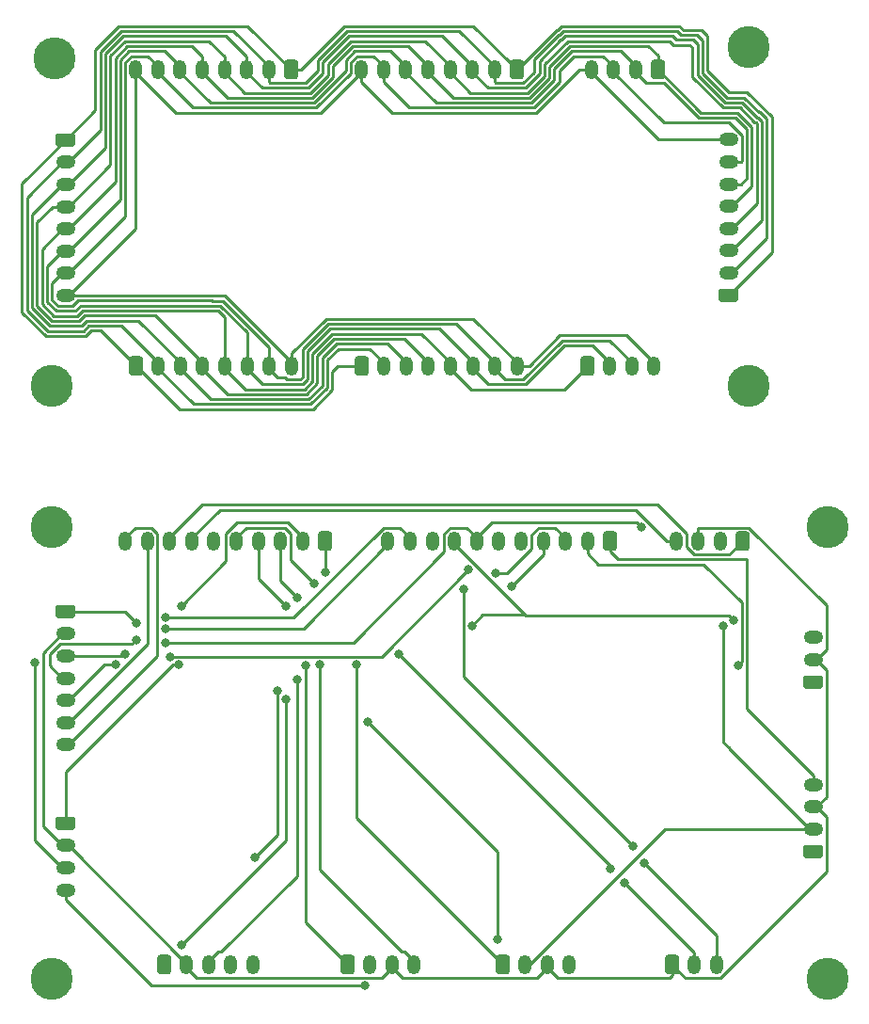
<source format=gbr>
G04 #@! TF.GenerationSoftware,KiCad,Pcbnew,(5.1.2-1)-1*
G04 #@! TF.CreationDate,2019-08-26T08:27:29+10:00*
G04 #@! TF.ProjectId,Bus,4275732e-6b69-4636-9164-5f7063625858,rev?*
G04 #@! TF.SameCoordinates,Original*
G04 #@! TF.FileFunction,Copper,L1,Top*
G04 #@! TF.FilePolarity,Positive*
%FSLAX46Y46*%
G04 Gerber Fmt 4.6, Leading zero omitted, Abs format (unit mm)*
G04 Created by KiCad (PCBNEW (5.1.2-1)-1) date 2019-08-26 08:27:29*
%MOMM*%
%LPD*%
G04 APERTURE LIST*
%ADD10O,1.200000X1.750000*%
%ADD11C,0.100000*%
%ADD12C,1.200000*%
%ADD13C,3.790000*%
%ADD14O,1.750000X1.200000*%
%ADD15C,0.800000*%
%ADD16C,0.250000*%
G04 APERTURE END LIST*
D10*
X131130000Y-92202000D03*
X133130000Y-92202000D03*
X135130000Y-92202000D03*
X137130000Y-92202000D03*
X139130000Y-92202000D03*
X141130000Y-92202000D03*
X143130000Y-92202000D03*
X145130000Y-92202000D03*
X147130000Y-92202000D03*
X149130000Y-92202000D03*
D11*
G36*
X151504505Y-91328204D02*
G01*
X151528773Y-91331804D01*
X151552572Y-91337765D01*
X151575671Y-91346030D01*
X151597850Y-91356520D01*
X151618893Y-91369132D01*
X151638599Y-91383747D01*
X151656777Y-91400223D01*
X151673253Y-91418401D01*
X151687868Y-91438107D01*
X151700480Y-91459150D01*
X151710970Y-91481329D01*
X151719235Y-91504428D01*
X151725196Y-91528227D01*
X151728796Y-91552495D01*
X151730000Y-91576999D01*
X151730000Y-92827001D01*
X151728796Y-92851505D01*
X151725196Y-92875773D01*
X151719235Y-92899572D01*
X151710970Y-92922671D01*
X151700480Y-92944850D01*
X151687868Y-92965893D01*
X151673253Y-92985599D01*
X151656777Y-93003777D01*
X151638599Y-93020253D01*
X151618893Y-93034868D01*
X151597850Y-93047480D01*
X151575671Y-93057970D01*
X151552572Y-93066235D01*
X151528773Y-93072196D01*
X151504505Y-93075796D01*
X151480001Y-93077000D01*
X150779999Y-93077000D01*
X150755495Y-93075796D01*
X150731227Y-93072196D01*
X150707428Y-93066235D01*
X150684329Y-93057970D01*
X150662150Y-93047480D01*
X150641107Y-93034868D01*
X150621401Y-93020253D01*
X150603223Y-93003777D01*
X150586747Y-92985599D01*
X150572132Y-92965893D01*
X150559520Y-92944850D01*
X150549030Y-92922671D01*
X150540765Y-92899572D01*
X150534804Y-92875773D01*
X150531204Y-92851505D01*
X150530000Y-92827001D01*
X150530000Y-91576999D01*
X150531204Y-91552495D01*
X150534804Y-91528227D01*
X150540765Y-91504428D01*
X150549030Y-91481329D01*
X150559520Y-91459150D01*
X150572132Y-91438107D01*
X150586747Y-91418401D01*
X150603223Y-91400223D01*
X150621401Y-91383747D01*
X150641107Y-91369132D01*
X150662150Y-91356520D01*
X150684329Y-91346030D01*
X150707428Y-91337765D01*
X150731227Y-91331804D01*
X150755495Y-91328204D01*
X150779999Y-91327000D01*
X151480001Y-91327000D01*
X151504505Y-91328204D01*
X151504505Y-91328204D01*
G37*
D12*
X151130000Y-92202000D03*
D13*
X100838000Y-78232000D03*
X163576000Y-78232000D03*
X170688000Y-131572000D03*
X100838000Y-131572000D03*
X170688000Y-90932000D03*
X100838000Y-90932000D03*
X101092000Y-48768000D03*
X163576000Y-47752000D03*
D10*
X122458000Y-76454000D03*
X120458000Y-76454000D03*
X118458000Y-76454000D03*
X116458000Y-76454000D03*
X114458000Y-76454000D03*
X112458000Y-76454000D03*
X110458000Y-76454000D03*
D11*
G36*
X108832505Y-75580204D02*
G01*
X108856773Y-75583804D01*
X108880572Y-75589765D01*
X108903671Y-75598030D01*
X108925850Y-75608520D01*
X108946893Y-75621132D01*
X108966599Y-75635747D01*
X108984777Y-75652223D01*
X109001253Y-75670401D01*
X109015868Y-75690107D01*
X109028480Y-75711150D01*
X109038970Y-75733329D01*
X109047235Y-75756428D01*
X109053196Y-75780227D01*
X109056796Y-75804495D01*
X109058000Y-75828999D01*
X109058000Y-77079001D01*
X109056796Y-77103505D01*
X109053196Y-77127773D01*
X109047235Y-77151572D01*
X109038970Y-77174671D01*
X109028480Y-77196850D01*
X109015868Y-77217893D01*
X109001253Y-77237599D01*
X108984777Y-77255777D01*
X108966599Y-77272253D01*
X108946893Y-77286868D01*
X108925850Y-77299480D01*
X108903671Y-77309970D01*
X108880572Y-77318235D01*
X108856773Y-77324196D01*
X108832505Y-77327796D01*
X108808001Y-77329000D01*
X108107999Y-77329000D01*
X108083495Y-77327796D01*
X108059227Y-77324196D01*
X108035428Y-77318235D01*
X108012329Y-77309970D01*
X107990150Y-77299480D01*
X107969107Y-77286868D01*
X107949401Y-77272253D01*
X107931223Y-77255777D01*
X107914747Y-77237599D01*
X107900132Y-77217893D01*
X107887520Y-77196850D01*
X107877030Y-77174671D01*
X107868765Y-77151572D01*
X107862804Y-77127773D01*
X107859204Y-77103505D01*
X107858000Y-77079001D01*
X107858000Y-75828999D01*
X107859204Y-75804495D01*
X107862804Y-75780227D01*
X107868765Y-75756428D01*
X107877030Y-75733329D01*
X107887520Y-75711150D01*
X107900132Y-75690107D01*
X107914747Y-75670401D01*
X107931223Y-75652223D01*
X107949401Y-75635747D01*
X107969107Y-75621132D01*
X107990150Y-75608520D01*
X108012329Y-75598030D01*
X108035428Y-75589765D01*
X108059227Y-75583804D01*
X108083495Y-75580204D01*
X108107999Y-75579000D01*
X108808001Y-75579000D01*
X108832505Y-75580204D01*
X108832505Y-75580204D01*
G37*
D12*
X108458000Y-76454000D03*
D14*
X102108000Y-110552000D03*
X102108000Y-108552000D03*
X102108000Y-106552000D03*
X102108000Y-104552000D03*
X102108000Y-102552000D03*
X102108000Y-100552000D03*
D11*
G36*
X102757505Y-97953204D02*
G01*
X102781773Y-97956804D01*
X102805572Y-97962765D01*
X102828671Y-97971030D01*
X102850850Y-97981520D01*
X102871893Y-97994132D01*
X102891599Y-98008747D01*
X102909777Y-98025223D01*
X102926253Y-98043401D01*
X102940868Y-98063107D01*
X102953480Y-98084150D01*
X102963970Y-98106329D01*
X102972235Y-98129428D01*
X102978196Y-98153227D01*
X102981796Y-98177495D01*
X102983000Y-98201999D01*
X102983000Y-98902001D01*
X102981796Y-98926505D01*
X102978196Y-98950773D01*
X102972235Y-98974572D01*
X102963970Y-98997671D01*
X102953480Y-99019850D01*
X102940868Y-99040893D01*
X102926253Y-99060599D01*
X102909777Y-99078777D01*
X102891599Y-99095253D01*
X102871893Y-99109868D01*
X102850850Y-99122480D01*
X102828671Y-99132970D01*
X102805572Y-99141235D01*
X102781773Y-99147196D01*
X102757505Y-99150796D01*
X102733001Y-99152000D01*
X101482999Y-99152000D01*
X101458495Y-99150796D01*
X101434227Y-99147196D01*
X101410428Y-99141235D01*
X101387329Y-99132970D01*
X101365150Y-99122480D01*
X101344107Y-99109868D01*
X101324401Y-99095253D01*
X101306223Y-99078777D01*
X101289747Y-99060599D01*
X101275132Y-99040893D01*
X101262520Y-99019850D01*
X101252030Y-98997671D01*
X101243765Y-98974572D01*
X101237804Y-98950773D01*
X101234204Y-98926505D01*
X101233000Y-98902001D01*
X101233000Y-98201999D01*
X101234204Y-98177495D01*
X101237804Y-98153227D01*
X101243765Y-98129428D01*
X101252030Y-98106329D01*
X101262520Y-98084150D01*
X101275132Y-98063107D01*
X101289747Y-98043401D01*
X101306223Y-98025223D01*
X101324401Y-98008747D01*
X101344107Y-97994132D01*
X101365150Y-97981520D01*
X101387329Y-97971030D01*
X101410428Y-97962765D01*
X101434227Y-97956804D01*
X101458495Y-97953204D01*
X101482999Y-97952000D01*
X102733001Y-97952000D01*
X102757505Y-97953204D01*
X102757505Y-97953204D01*
G37*
D12*
X102108000Y-98552000D03*
D10*
X107476000Y-92202000D03*
X109476000Y-92202000D03*
X111476000Y-92202000D03*
X113476000Y-92202000D03*
X115476000Y-92202000D03*
X117476000Y-92202000D03*
X119476000Y-92202000D03*
X121476000Y-92202000D03*
X123476000Y-92202000D03*
D11*
G36*
X125850505Y-91328204D02*
G01*
X125874773Y-91331804D01*
X125898572Y-91337765D01*
X125921671Y-91346030D01*
X125943850Y-91356520D01*
X125964893Y-91369132D01*
X125984599Y-91383747D01*
X126002777Y-91400223D01*
X126019253Y-91418401D01*
X126033868Y-91438107D01*
X126046480Y-91459150D01*
X126056970Y-91481329D01*
X126065235Y-91504428D01*
X126071196Y-91528227D01*
X126074796Y-91552495D01*
X126076000Y-91576999D01*
X126076000Y-92827001D01*
X126074796Y-92851505D01*
X126071196Y-92875773D01*
X126065235Y-92899572D01*
X126056970Y-92922671D01*
X126046480Y-92944850D01*
X126033868Y-92965893D01*
X126019253Y-92985599D01*
X126002777Y-93003777D01*
X125984599Y-93020253D01*
X125964893Y-93034868D01*
X125943850Y-93047480D01*
X125921671Y-93057970D01*
X125898572Y-93066235D01*
X125874773Y-93072196D01*
X125850505Y-93075796D01*
X125826001Y-93077000D01*
X125125999Y-93077000D01*
X125101495Y-93075796D01*
X125077227Y-93072196D01*
X125053428Y-93066235D01*
X125030329Y-93057970D01*
X125008150Y-93047480D01*
X124987107Y-93034868D01*
X124967401Y-93020253D01*
X124949223Y-93003777D01*
X124932747Y-92985599D01*
X124918132Y-92965893D01*
X124905520Y-92944850D01*
X124895030Y-92922671D01*
X124886765Y-92899572D01*
X124880804Y-92875773D01*
X124877204Y-92851505D01*
X124876000Y-92827001D01*
X124876000Y-91576999D01*
X124877204Y-91552495D01*
X124880804Y-91528227D01*
X124886765Y-91504428D01*
X124895030Y-91481329D01*
X124905520Y-91459150D01*
X124918132Y-91438107D01*
X124932747Y-91418401D01*
X124949223Y-91400223D01*
X124967401Y-91383747D01*
X124987107Y-91369132D01*
X125008150Y-91356520D01*
X125030329Y-91346030D01*
X125053428Y-91337765D01*
X125077227Y-91331804D01*
X125101495Y-91328204D01*
X125125999Y-91327000D01*
X125826001Y-91327000D01*
X125850505Y-91328204D01*
X125850505Y-91328204D01*
G37*
D12*
X125476000Y-92202000D03*
D11*
G36*
X157092505Y-129428204D02*
G01*
X157116773Y-129431804D01*
X157140572Y-129437765D01*
X157163671Y-129446030D01*
X157185850Y-129456520D01*
X157206893Y-129469132D01*
X157226599Y-129483747D01*
X157244777Y-129500223D01*
X157261253Y-129518401D01*
X157275868Y-129538107D01*
X157288480Y-129559150D01*
X157298970Y-129581329D01*
X157307235Y-129604428D01*
X157313196Y-129628227D01*
X157316796Y-129652495D01*
X157318000Y-129676999D01*
X157318000Y-130927001D01*
X157316796Y-130951505D01*
X157313196Y-130975773D01*
X157307235Y-130999572D01*
X157298970Y-131022671D01*
X157288480Y-131044850D01*
X157275868Y-131065893D01*
X157261253Y-131085599D01*
X157244777Y-131103777D01*
X157226599Y-131120253D01*
X157206893Y-131134868D01*
X157185850Y-131147480D01*
X157163671Y-131157970D01*
X157140572Y-131166235D01*
X157116773Y-131172196D01*
X157092505Y-131175796D01*
X157068001Y-131177000D01*
X156367999Y-131177000D01*
X156343495Y-131175796D01*
X156319227Y-131172196D01*
X156295428Y-131166235D01*
X156272329Y-131157970D01*
X156250150Y-131147480D01*
X156229107Y-131134868D01*
X156209401Y-131120253D01*
X156191223Y-131103777D01*
X156174747Y-131085599D01*
X156160132Y-131065893D01*
X156147520Y-131044850D01*
X156137030Y-131022671D01*
X156128765Y-130999572D01*
X156122804Y-130975773D01*
X156119204Y-130951505D01*
X156118000Y-130927001D01*
X156118000Y-129676999D01*
X156119204Y-129652495D01*
X156122804Y-129628227D01*
X156128765Y-129604428D01*
X156137030Y-129581329D01*
X156147520Y-129559150D01*
X156160132Y-129538107D01*
X156174747Y-129518401D01*
X156191223Y-129500223D01*
X156209401Y-129483747D01*
X156229107Y-129469132D01*
X156250150Y-129456520D01*
X156272329Y-129446030D01*
X156295428Y-129437765D01*
X156319227Y-129431804D01*
X156343495Y-129428204D01*
X156367999Y-129427000D01*
X157068001Y-129427000D01*
X157092505Y-129428204D01*
X157092505Y-129428204D01*
G37*
D12*
X156718000Y-130302000D03*
D10*
X158718000Y-130302000D03*
X160718000Y-130302000D03*
D11*
G36*
X129152505Y-75580204D02*
G01*
X129176773Y-75583804D01*
X129200572Y-75589765D01*
X129223671Y-75598030D01*
X129245850Y-75608520D01*
X129266893Y-75621132D01*
X129286599Y-75635747D01*
X129304777Y-75652223D01*
X129321253Y-75670401D01*
X129335868Y-75690107D01*
X129348480Y-75711150D01*
X129358970Y-75733329D01*
X129367235Y-75756428D01*
X129373196Y-75780227D01*
X129376796Y-75804495D01*
X129378000Y-75828999D01*
X129378000Y-77079001D01*
X129376796Y-77103505D01*
X129373196Y-77127773D01*
X129367235Y-77151572D01*
X129358970Y-77174671D01*
X129348480Y-77196850D01*
X129335868Y-77217893D01*
X129321253Y-77237599D01*
X129304777Y-77255777D01*
X129286599Y-77272253D01*
X129266893Y-77286868D01*
X129245850Y-77299480D01*
X129223671Y-77309970D01*
X129200572Y-77318235D01*
X129176773Y-77324196D01*
X129152505Y-77327796D01*
X129128001Y-77329000D01*
X128427999Y-77329000D01*
X128403495Y-77327796D01*
X128379227Y-77324196D01*
X128355428Y-77318235D01*
X128332329Y-77309970D01*
X128310150Y-77299480D01*
X128289107Y-77286868D01*
X128269401Y-77272253D01*
X128251223Y-77255777D01*
X128234747Y-77237599D01*
X128220132Y-77217893D01*
X128207520Y-77196850D01*
X128197030Y-77174671D01*
X128188765Y-77151572D01*
X128182804Y-77127773D01*
X128179204Y-77103505D01*
X128178000Y-77079001D01*
X128178000Y-75828999D01*
X128179204Y-75804495D01*
X128182804Y-75780227D01*
X128188765Y-75756428D01*
X128197030Y-75733329D01*
X128207520Y-75711150D01*
X128220132Y-75690107D01*
X128234747Y-75670401D01*
X128251223Y-75652223D01*
X128269401Y-75635747D01*
X128289107Y-75621132D01*
X128310150Y-75608520D01*
X128332329Y-75598030D01*
X128355428Y-75589765D01*
X128379227Y-75583804D01*
X128403495Y-75580204D01*
X128427999Y-75579000D01*
X129128001Y-75579000D01*
X129152505Y-75580204D01*
X129152505Y-75580204D01*
G37*
D12*
X128778000Y-76454000D03*
D10*
X130778000Y-76454000D03*
X132778000Y-76454000D03*
X134778000Y-76454000D03*
X136778000Y-76454000D03*
X138778000Y-76454000D03*
X140778000Y-76454000D03*
X142778000Y-76454000D03*
D14*
X169418000Y-100902000D03*
X169418000Y-102902000D03*
D11*
G36*
X170067505Y-104303204D02*
G01*
X170091773Y-104306804D01*
X170115572Y-104312765D01*
X170138671Y-104321030D01*
X170160850Y-104331520D01*
X170181893Y-104344132D01*
X170201599Y-104358747D01*
X170219777Y-104375223D01*
X170236253Y-104393401D01*
X170250868Y-104413107D01*
X170263480Y-104434150D01*
X170273970Y-104456329D01*
X170282235Y-104479428D01*
X170288196Y-104503227D01*
X170291796Y-104527495D01*
X170293000Y-104551999D01*
X170293000Y-105252001D01*
X170291796Y-105276505D01*
X170288196Y-105300773D01*
X170282235Y-105324572D01*
X170273970Y-105347671D01*
X170263480Y-105369850D01*
X170250868Y-105390893D01*
X170236253Y-105410599D01*
X170219777Y-105428777D01*
X170201599Y-105445253D01*
X170181893Y-105459868D01*
X170160850Y-105472480D01*
X170138671Y-105482970D01*
X170115572Y-105491235D01*
X170091773Y-105497196D01*
X170067505Y-105500796D01*
X170043001Y-105502000D01*
X168792999Y-105502000D01*
X168768495Y-105500796D01*
X168744227Y-105497196D01*
X168720428Y-105491235D01*
X168697329Y-105482970D01*
X168675150Y-105472480D01*
X168654107Y-105459868D01*
X168634401Y-105445253D01*
X168616223Y-105428777D01*
X168599747Y-105410599D01*
X168585132Y-105390893D01*
X168572520Y-105369850D01*
X168562030Y-105347671D01*
X168553765Y-105324572D01*
X168547804Y-105300773D01*
X168544204Y-105276505D01*
X168543000Y-105252001D01*
X168543000Y-104551999D01*
X168544204Y-104527495D01*
X168547804Y-104503227D01*
X168553765Y-104479428D01*
X168562030Y-104456329D01*
X168572520Y-104434150D01*
X168585132Y-104413107D01*
X168599747Y-104393401D01*
X168616223Y-104375223D01*
X168634401Y-104358747D01*
X168654107Y-104344132D01*
X168675150Y-104331520D01*
X168697329Y-104321030D01*
X168720428Y-104312765D01*
X168744227Y-104306804D01*
X168768495Y-104303204D01*
X168792999Y-104302000D01*
X170043001Y-104302000D01*
X170067505Y-104303204D01*
X170067505Y-104303204D01*
G37*
D12*
X169418000Y-104902000D03*
D14*
X161798000Y-56104000D03*
X161798000Y-58104000D03*
X161798000Y-60104000D03*
X161798000Y-62104000D03*
X161798000Y-64104000D03*
X161798000Y-66104000D03*
X161798000Y-68104000D03*
D11*
G36*
X162447505Y-69505204D02*
G01*
X162471773Y-69508804D01*
X162495572Y-69514765D01*
X162518671Y-69523030D01*
X162540850Y-69533520D01*
X162561893Y-69546132D01*
X162581599Y-69560747D01*
X162599777Y-69577223D01*
X162616253Y-69595401D01*
X162630868Y-69615107D01*
X162643480Y-69636150D01*
X162653970Y-69658329D01*
X162662235Y-69681428D01*
X162668196Y-69705227D01*
X162671796Y-69729495D01*
X162673000Y-69753999D01*
X162673000Y-70454001D01*
X162671796Y-70478505D01*
X162668196Y-70502773D01*
X162662235Y-70526572D01*
X162653970Y-70549671D01*
X162643480Y-70571850D01*
X162630868Y-70592893D01*
X162616253Y-70612599D01*
X162599777Y-70630777D01*
X162581599Y-70647253D01*
X162561893Y-70661868D01*
X162540850Y-70674480D01*
X162518671Y-70684970D01*
X162495572Y-70693235D01*
X162471773Y-70699196D01*
X162447505Y-70702796D01*
X162423001Y-70704000D01*
X161172999Y-70704000D01*
X161148495Y-70702796D01*
X161124227Y-70699196D01*
X161100428Y-70693235D01*
X161077329Y-70684970D01*
X161055150Y-70674480D01*
X161034107Y-70661868D01*
X161014401Y-70647253D01*
X160996223Y-70630777D01*
X160979747Y-70612599D01*
X160965132Y-70592893D01*
X160952520Y-70571850D01*
X160942030Y-70549671D01*
X160933765Y-70526572D01*
X160927804Y-70502773D01*
X160924204Y-70478505D01*
X160923000Y-70454001D01*
X160923000Y-69753999D01*
X160924204Y-69729495D01*
X160927804Y-69705227D01*
X160933765Y-69681428D01*
X160942030Y-69658329D01*
X160952520Y-69636150D01*
X160965132Y-69615107D01*
X160979747Y-69595401D01*
X160996223Y-69577223D01*
X161014401Y-69560747D01*
X161034107Y-69546132D01*
X161055150Y-69533520D01*
X161077329Y-69523030D01*
X161100428Y-69514765D01*
X161124227Y-69508804D01*
X161148495Y-69505204D01*
X161172999Y-69504000D01*
X162423001Y-69504000D01*
X162447505Y-69505204D01*
X162447505Y-69505204D01*
G37*
D12*
X161798000Y-70104000D03*
D11*
G36*
X141852505Y-129428204D02*
G01*
X141876773Y-129431804D01*
X141900572Y-129437765D01*
X141923671Y-129446030D01*
X141945850Y-129456520D01*
X141966893Y-129469132D01*
X141986599Y-129483747D01*
X142004777Y-129500223D01*
X142021253Y-129518401D01*
X142035868Y-129538107D01*
X142048480Y-129559150D01*
X142058970Y-129581329D01*
X142067235Y-129604428D01*
X142073196Y-129628227D01*
X142076796Y-129652495D01*
X142078000Y-129676999D01*
X142078000Y-130927001D01*
X142076796Y-130951505D01*
X142073196Y-130975773D01*
X142067235Y-130999572D01*
X142058970Y-131022671D01*
X142048480Y-131044850D01*
X142035868Y-131065893D01*
X142021253Y-131085599D01*
X142004777Y-131103777D01*
X141986599Y-131120253D01*
X141966893Y-131134868D01*
X141945850Y-131147480D01*
X141923671Y-131157970D01*
X141900572Y-131166235D01*
X141876773Y-131172196D01*
X141852505Y-131175796D01*
X141828001Y-131177000D01*
X141127999Y-131177000D01*
X141103495Y-131175796D01*
X141079227Y-131172196D01*
X141055428Y-131166235D01*
X141032329Y-131157970D01*
X141010150Y-131147480D01*
X140989107Y-131134868D01*
X140969401Y-131120253D01*
X140951223Y-131103777D01*
X140934747Y-131085599D01*
X140920132Y-131065893D01*
X140907520Y-131044850D01*
X140897030Y-131022671D01*
X140888765Y-130999572D01*
X140882804Y-130975773D01*
X140879204Y-130951505D01*
X140878000Y-130927001D01*
X140878000Y-129676999D01*
X140879204Y-129652495D01*
X140882804Y-129628227D01*
X140888765Y-129604428D01*
X140897030Y-129581329D01*
X140907520Y-129559150D01*
X140920132Y-129538107D01*
X140934747Y-129518401D01*
X140951223Y-129500223D01*
X140969401Y-129483747D01*
X140989107Y-129469132D01*
X141010150Y-129456520D01*
X141032329Y-129446030D01*
X141055428Y-129437765D01*
X141079227Y-129431804D01*
X141103495Y-129428204D01*
X141127999Y-129427000D01*
X141828001Y-129427000D01*
X141852505Y-129428204D01*
X141852505Y-129428204D01*
G37*
D12*
X141478000Y-130302000D03*
D10*
X143478000Y-130302000D03*
X145478000Y-130302000D03*
X147478000Y-130302000D03*
D14*
X102108000Y-70134000D03*
X102108000Y-68134000D03*
X102108000Y-66134000D03*
X102108000Y-64134000D03*
X102108000Y-62134000D03*
X102108000Y-60134000D03*
X102108000Y-58134000D03*
D11*
G36*
X102757505Y-55535204D02*
G01*
X102781773Y-55538804D01*
X102805572Y-55544765D01*
X102828671Y-55553030D01*
X102850850Y-55563520D01*
X102871893Y-55576132D01*
X102891599Y-55590747D01*
X102909777Y-55607223D01*
X102926253Y-55625401D01*
X102940868Y-55645107D01*
X102953480Y-55666150D01*
X102963970Y-55688329D01*
X102972235Y-55711428D01*
X102978196Y-55735227D01*
X102981796Y-55759495D01*
X102983000Y-55783999D01*
X102983000Y-56484001D01*
X102981796Y-56508505D01*
X102978196Y-56532773D01*
X102972235Y-56556572D01*
X102963970Y-56579671D01*
X102953480Y-56601850D01*
X102940868Y-56622893D01*
X102926253Y-56642599D01*
X102909777Y-56660777D01*
X102891599Y-56677253D01*
X102871893Y-56691868D01*
X102850850Y-56704480D01*
X102828671Y-56714970D01*
X102805572Y-56723235D01*
X102781773Y-56729196D01*
X102757505Y-56732796D01*
X102733001Y-56734000D01*
X101482999Y-56734000D01*
X101458495Y-56732796D01*
X101434227Y-56729196D01*
X101410428Y-56723235D01*
X101387329Y-56714970D01*
X101365150Y-56704480D01*
X101344107Y-56691868D01*
X101324401Y-56677253D01*
X101306223Y-56660777D01*
X101289747Y-56642599D01*
X101275132Y-56622893D01*
X101262520Y-56601850D01*
X101252030Y-56579671D01*
X101243765Y-56556572D01*
X101237804Y-56532773D01*
X101234204Y-56508505D01*
X101233000Y-56484001D01*
X101233000Y-55783999D01*
X101234204Y-55759495D01*
X101237804Y-55735227D01*
X101243765Y-55711428D01*
X101252030Y-55688329D01*
X101262520Y-55666150D01*
X101275132Y-55645107D01*
X101289747Y-55625401D01*
X101306223Y-55607223D01*
X101324401Y-55590747D01*
X101344107Y-55576132D01*
X101365150Y-55563520D01*
X101387329Y-55553030D01*
X101410428Y-55544765D01*
X101434227Y-55538804D01*
X101458495Y-55535204D01*
X101482999Y-55534000D01*
X102733001Y-55534000D01*
X102757505Y-55535204D01*
X102757505Y-55535204D01*
G37*
D12*
X102108000Y-56134000D03*
D11*
G36*
X163442505Y-91328204D02*
G01*
X163466773Y-91331804D01*
X163490572Y-91337765D01*
X163513671Y-91346030D01*
X163535850Y-91356520D01*
X163556893Y-91369132D01*
X163576599Y-91383747D01*
X163594777Y-91400223D01*
X163611253Y-91418401D01*
X163625868Y-91438107D01*
X163638480Y-91459150D01*
X163648970Y-91481329D01*
X163657235Y-91504428D01*
X163663196Y-91528227D01*
X163666796Y-91552495D01*
X163668000Y-91576999D01*
X163668000Y-92827001D01*
X163666796Y-92851505D01*
X163663196Y-92875773D01*
X163657235Y-92899572D01*
X163648970Y-92922671D01*
X163638480Y-92944850D01*
X163625868Y-92965893D01*
X163611253Y-92985599D01*
X163594777Y-93003777D01*
X163576599Y-93020253D01*
X163556893Y-93034868D01*
X163535850Y-93047480D01*
X163513671Y-93057970D01*
X163490572Y-93066235D01*
X163466773Y-93072196D01*
X163442505Y-93075796D01*
X163418001Y-93077000D01*
X162717999Y-93077000D01*
X162693495Y-93075796D01*
X162669227Y-93072196D01*
X162645428Y-93066235D01*
X162622329Y-93057970D01*
X162600150Y-93047480D01*
X162579107Y-93034868D01*
X162559401Y-93020253D01*
X162541223Y-93003777D01*
X162524747Y-92985599D01*
X162510132Y-92965893D01*
X162497520Y-92944850D01*
X162487030Y-92922671D01*
X162478765Y-92899572D01*
X162472804Y-92875773D01*
X162469204Y-92851505D01*
X162468000Y-92827001D01*
X162468000Y-91576999D01*
X162469204Y-91552495D01*
X162472804Y-91528227D01*
X162478765Y-91504428D01*
X162487030Y-91481329D01*
X162497520Y-91459150D01*
X162510132Y-91438107D01*
X162524747Y-91418401D01*
X162541223Y-91400223D01*
X162559401Y-91383747D01*
X162579107Y-91369132D01*
X162600150Y-91356520D01*
X162622329Y-91346030D01*
X162645428Y-91337765D01*
X162669227Y-91331804D01*
X162693495Y-91328204D01*
X162717999Y-91327000D01*
X163418001Y-91327000D01*
X163442505Y-91328204D01*
X163442505Y-91328204D01*
G37*
D12*
X163068000Y-92202000D03*
D10*
X161068000Y-92202000D03*
X159068000Y-92202000D03*
X157068000Y-92202000D03*
D14*
X102108000Y-123602000D03*
X102108000Y-121602000D03*
X102108000Y-119602000D03*
D11*
G36*
X102757505Y-117003204D02*
G01*
X102781773Y-117006804D01*
X102805572Y-117012765D01*
X102828671Y-117021030D01*
X102850850Y-117031520D01*
X102871893Y-117044132D01*
X102891599Y-117058747D01*
X102909777Y-117075223D01*
X102926253Y-117093401D01*
X102940868Y-117113107D01*
X102953480Y-117134150D01*
X102963970Y-117156329D01*
X102972235Y-117179428D01*
X102978196Y-117203227D01*
X102981796Y-117227495D01*
X102983000Y-117251999D01*
X102983000Y-117952001D01*
X102981796Y-117976505D01*
X102978196Y-118000773D01*
X102972235Y-118024572D01*
X102963970Y-118047671D01*
X102953480Y-118069850D01*
X102940868Y-118090893D01*
X102926253Y-118110599D01*
X102909777Y-118128777D01*
X102891599Y-118145253D01*
X102871893Y-118159868D01*
X102850850Y-118172480D01*
X102828671Y-118182970D01*
X102805572Y-118191235D01*
X102781773Y-118197196D01*
X102757505Y-118200796D01*
X102733001Y-118202000D01*
X101482999Y-118202000D01*
X101458495Y-118200796D01*
X101434227Y-118197196D01*
X101410428Y-118191235D01*
X101387329Y-118182970D01*
X101365150Y-118172480D01*
X101344107Y-118159868D01*
X101324401Y-118145253D01*
X101306223Y-118128777D01*
X101289747Y-118110599D01*
X101275132Y-118090893D01*
X101262520Y-118069850D01*
X101252030Y-118047671D01*
X101243765Y-118024572D01*
X101237804Y-118000773D01*
X101234204Y-117976505D01*
X101233000Y-117952001D01*
X101233000Y-117251999D01*
X101234204Y-117227495D01*
X101237804Y-117203227D01*
X101243765Y-117179428D01*
X101252030Y-117156329D01*
X101262520Y-117134150D01*
X101275132Y-117113107D01*
X101289747Y-117093401D01*
X101306223Y-117075223D01*
X101324401Y-117058747D01*
X101344107Y-117044132D01*
X101365150Y-117031520D01*
X101387329Y-117021030D01*
X101410428Y-117012765D01*
X101434227Y-117006804D01*
X101458495Y-117003204D01*
X101482999Y-117002000D01*
X102733001Y-117002000D01*
X102757505Y-117003204D01*
X102757505Y-117003204D01*
G37*
D12*
X102108000Y-117602000D03*
D10*
X155098000Y-76454000D03*
X153098000Y-76454000D03*
X151098000Y-76454000D03*
D11*
G36*
X149472505Y-75580204D02*
G01*
X149496773Y-75583804D01*
X149520572Y-75589765D01*
X149543671Y-75598030D01*
X149565850Y-75608520D01*
X149586893Y-75621132D01*
X149606599Y-75635747D01*
X149624777Y-75652223D01*
X149641253Y-75670401D01*
X149655868Y-75690107D01*
X149668480Y-75711150D01*
X149678970Y-75733329D01*
X149687235Y-75756428D01*
X149693196Y-75780227D01*
X149696796Y-75804495D01*
X149698000Y-75828999D01*
X149698000Y-77079001D01*
X149696796Y-77103505D01*
X149693196Y-77127773D01*
X149687235Y-77151572D01*
X149678970Y-77174671D01*
X149668480Y-77196850D01*
X149655868Y-77217893D01*
X149641253Y-77237599D01*
X149624777Y-77255777D01*
X149606599Y-77272253D01*
X149586893Y-77286868D01*
X149565850Y-77299480D01*
X149543671Y-77309970D01*
X149520572Y-77318235D01*
X149496773Y-77324196D01*
X149472505Y-77327796D01*
X149448001Y-77329000D01*
X148747999Y-77329000D01*
X148723495Y-77327796D01*
X148699227Y-77324196D01*
X148675428Y-77318235D01*
X148652329Y-77309970D01*
X148630150Y-77299480D01*
X148609107Y-77286868D01*
X148589401Y-77272253D01*
X148571223Y-77255777D01*
X148554747Y-77237599D01*
X148540132Y-77217893D01*
X148527520Y-77196850D01*
X148517030Y-77174671D01*
X148508765Y-77151572D01*
X148502804Y-77127773D01*
X148499204Y-77103505D01*
X148498000Y-77079001D01*
X148498000Y-75828999D01*
X148499204Y-75804495D01*
X148502804Y-75780227D01*
X148508765Y-75756428D01*
X148517030Y-75733329D01*
X148527520Y-75711150D01*
X148540132Y-75690107D01*
X148554747Y-75670401D01*
X148571223Y-75652223D01*
X148589401Y-75635747D01*
X148609107Y-75621132D01*
X148630150Y-75608520D01*
X148652329Y-75598030D01*
X148675428Y-75589765D01*
X148699227Y-75583804D01*
X148723495Y-75580204D01*
X148747999Y-75579000D01*
X149448001Y-75579000D01*
X149472505Y-75580204D01*
X149472505Y-75580204D01*
G37*
D12*
X149098000Y-76454000D03*
D10*
X128748000Y-49784000D03*
X130748000Y-49784000D03*
X132748000Y-49784000D03*
X134748000Y-49784000D03*
X136748000Y-49784000D03*
X138748000Y-49784000D03*
X140748000Y-49784000D03*
D11*
G36*
X143122505Y-48910204D02*
G01*
X143146773Y-48913804D01*
X143170572Y-48919765D01*
X143193671Y-48928030D01*
X143215850Y-48938520D01*
X143236893Y-48951132D01*
X143256599Y-48965747D01*
X143274777Y-48982223D01*
X143291253Y-49000401D01*
X143305868Y-49020107D01*
X143318480Y-49041150D01*
X143328970Y-49063329D01*
X143337235Y-49086428D01*
X143343196Y-49110227D01*
X143346796Y-49134495D01*
X143348000Y-49158999D01*
X143348000Y-50409001D01*
X143346796Y-50433505D01*
X143343196Y-50457773D01*
X143337235Y-50481572D01*
X143328970Y-50504671D01*
X143318480Y-50526850D01*
X143305868Y-50547893D01*
X143291253Y-50567599D01*
X143274777Y-50585777D01*
X143256599Y-50602253D01*
X143236893Y-50616868D01*
X143215850Y-50629480D01*
X143193671Y-50639970D01*
X143170572Y-50648235D01*
X143146773Y-50654196D01*
X143122505Y-50657796D01*
X143098001Y-50659000D01*
X142397999Y-50659000D01*
X142373495Y-50657796D01*
X142349227Y-50654196D01*
X142325428Y-50648235D01*
X142302329Y-50639970D01*
X142280150Y-50629480D01*
X142259107Y-50616868D01*
X142239401Y-50602253D01*
X142221223Y-50585777D01*
X142204747Y-50567599D01*
X142190132Y-50547893D01*
X142177520Y-50526850D01*
X142167030Y-50504671D01*
X142158765Y-50481572D01*
X142152804Y-50457773D01*
X142149204Y-50433505D01*
X142148000Y-50409001D01*
X142148000Y-49158999D01*
X142149204Y-49134495D01*
X142152804Y-49110227D01*
X142158765Y-49086428D01*
X142167030Y-49063329D01*
X142177520Y-49041150D01*
X142190132Y-49020107D01*
X142204747Y-49000401D01*
X142221223Y-48982223D01*
X142239401Y-48965747D01*
X142259107Y-48951132D01*
X142280150Y-48938520D01*
X142302329Y-48928030D01*
X142325428Y-48919765D01*
X142349227Y-48913804D01*
X142373495Y-48910204D01*
X142397999Y-48909000D01*
X143098001Y-48909000D01*
X143122505Y-48910204D01*
X143122505Y-48910204D01*
G37*
D12*
X142748000Y-49784000D03*
D14*
X169418000Y-114142000D03*
X169418000Y-116142000D03*
X169418000Y-118142000D03*
D11*
G36*
X170067505Y-119543204D02*
G01*
X170091773Y-119546804D01*
X170115572Y-119552765D01*
X170138671Y-119561030D01*
X170160850Y-119571520D01*
X170181893Y-119584132D01*
X170201599Y-119598747D01*
X170219777Y-119615223D01*
X170236253Y-119633401D01*
X170250868Y-119653107D01*
X170263480Y-119674150D01*
X170273970Y-119696329D01*
X170282235Y-119719428D01*
X170288196Y-119743227D01*
X170291796Y-119767495D01*
X170293000Y-119791999D01*
X170293000Y-120492001D01*
X170291796Y-120516505D01*
X170288196Y-120540773D01*
X170282235Y-120564572D01*
X170273970Y-120587671D01*
X170263480Y-120609850D01*
X170250868Y-120630893D01*
X170236253Y-120650599D01*
X170219777Y-120668777D01*
X170201599Y-120685253D01*
X170181893Y-120699868D01*
X170160850Y-120712480D01*
X170138671Y-120722970D01*
X170115572Y-120731235D01*
X170091773Y-120737196D01*
X170067505Y-120740796D01*
X170043001Y-120742000D01*
X168792999Y-120742000D01*
X168768495Y-120740796D01*
X168744227Y-120737196D01*
X168720428Y-120731235D01*
X168697329Y-120722970D01*
X168675150Y-120712480D01*
X168654107Y-120699868D01*
X168634401Y-120685253D01*
X168616223Y-120668777D01*
X168599747Y-120650599D01*
X168585132Y-120630893D01*
X168572520Y-120609850D01*
X168562030Y-120587671D01*
X168553765Y-120564572D01*
X168547804Y-120540773D01*
X168544204Y-120516505D01*
X168543000Y-120492001D01*
X168543000Y-119791999D01*
X168544204Y-119767495D01*
X168547804Y-119743227D01*
X168553765Y-119719428D01*
X168562030Y-119696329D01*
X168572520Y-119674150D01*
X168585132Y-119653107D01*
X168599747Y-119633401D01*
X168616223Y-119615223D01*
X168634401Y-119598747D01*
X168654107Y-119584132D01*
X168675150Y-119571520D01*
X168697329Y-119561030D01*
X168720428Y-119552765D01*
X168744227Y-119546804D01*
X168768495Y-119543204D01*
X168792999Y-119542000D01*
X170043001Y-119542000D01*
X170067505Y-119543204D01*
X170067505Y-119543204D01*
G37*
D12*
X169418000Y-120142000D03*
D11*
G36*
X122802505Y-48910204D02*
G01*
X122826773Y-48913804D01*
X122850572Y-48919765D01*
X122873671Y-48928030D01*
X122895850Y-48938520D01*
X122916893Y-48951132D01*
X122936599Y-48965747D01*
X122954777Y-48982223D01*
X122971253Y-49000401D01*
X122985868Y-49020107D01*
X122998480Y-49041150D01*
X123008970Y-49063329D01*
X123017235Y-49086428D01*
X123023196Y-49110227D01*
X123026796Y-49134495D01*
X123028000Y-49158999D01*
X123028000Y-50409001D01*
X123026796Y-50433505D01*
X123023196Y-50457773D01*
X123017235Y-50481572D01*
X123008970Y-50504671D01*
X122998480Y-50526850D01*
X122985868Y-50547893D01*
X122971253Y-50567599D01*
X122954777Y-50585777D01*
X122936599Y-50602253D01*
X122916893Y-50616868D01*
X122895850Y-50629480D01*
X122873671Y-50639970D01*
X122850572Y-50648235D01*
X122826773Y-50654196D01*
X122802505Y-50657796D01*
X122778001Y-50659000D01*
X122077999Y-50659000D01*
X122053495Y-50657796D01*
X122029227Y-50654196D01*
X122005428Y-50648235D01*
X121982329Y-50639970D01*
X121960150Y-50629480D01*
X121939107Y-50616868D01*
X121919401Y-50602253D01*
X121901223Y-50585777D01*
X121884747Y-50567599D01*
X121870132Y-50547893D01*
X121857520Y-50526850D01*
X121847030Y-50504671D01*
X121838765Y-50481572D01*
X121832804Y-50457773D01*
X121829204Y-50433505D01*
X121828000Y-50409001D01*
X121828000Y-49158999D01*
X121829204Y-49134495D01*
X121832804Y-49110227D01*
X121838765Y-49086428D01*
X121847030Y-49063329D01*
X121857520Y-49041150D01*
X121870132Y-49020107D01*
X121884747Y-49000401D01*
X121901223Y-48982223D01*
X121919401Y-48965747D01*
X121939107Y-48951132D01*
X121960150Y-48938520D01*
X121982329Y-48928030D01*
X122005428Y-48919765D01*
X122029227Y-48913804D01*
X122053495Y-48910204D01*
X122077999Y-48909000D01*
X122778001Y-48909000D01*
X122802505Y-48910204D01*
X122802505Y-48910204D01*
G37*
D12*
X122428000Y-49784000D03*
D10*
X120428000Y-49784000D03*
X118428000Y-49784000D03*
X116428000Y-49784000D03*
X114428000Y-49784000D03*
X112428000Y-49784000D03*
X110428000Y-49784000D03*
X108428000Y-49784000D03*
X133508000Y-130302000D03*
X131508000Y-130302000D03*
X129508000Y-130302000D03*
D11*
G36*
X127882505Y-129428204D02*
G01*
X127906773Y-129431804D01*
X127930572Y-129437765D01*
X127953671Y-129446030D01*
X127975850Y-129456520D01*
X127996893Y-129469132D01*
X128016599Y-129483747D01*
X128034777Y-129500223D01*
X128051253Y-129518401D01*
X128065868Y-129538107D01*
X128078480Y-129559150D01*
X128088970Y-129581329D01*
X128097235Y-129604428D01*
X128103196Y-129628227D01*
X128106796Y-129652495D01*
X128108000Y-129676999D01*
X128108000Y-130927001D01*
X128106796Y-130951505D01*
X128103196Y-130975773D01*
X128097235Y-130999572D01*
X128088970Y-131022671D01*
X128078480Y-131044850D01*
X128065868Y-131065893D01*
X128051253Y-131085599D01*
X128034777Y-131103777D01*
X128016599Y-131120253D01*
X127996893Y-131134868D01*
X127975850Y-131147480D01*
X127953671Y-131157970D01*
X127930572Y-131166235D01*
X127906773Y-131172196D01*
X127882505Y-131175796D01*
X127858001Y-131177000D01*
X127157999Y-131177000D01*
X127133495Y-131175796D01*
X127109227Y-131172196D01*
X127085428Y-131166235D01*
X127062329Y-131157970D01*
X127040150Y-131147480D01*
X127019107Y-131134868D01*
X126999401Y-131120253D01*
X126981223Y-131103777D01*
X126964747Y-131085599D01*
X126950132Y-131065893D01*
X126937520Y-131044850D01*
X126927030Y-131022671D01*
X126918765Y-130999572D01*
X126912804Y-130975773D01*
X126909204Y-130951505D01*
X126908000Y-130927001D01*
X126908000Y-129676999D01*
X126909204Y-129652495D01*
X126912804Y-129628227D01*
X126918765Y-129604428D01*
X126927030Y-129581329D01*
X126937520Y-129559150D01*
X126950132Y-129538107D01*
X126964747Y-129518401D01*
X126981223Y-129500223D01*
X126999401Y-129483747D01*
X127019107Y-129469132D01*
X127040150Y-129456520D01*
X127062329Y-129446030D01*
X127085428Y-129437765D01*
X127109227Y-129431804D01*
X127133495Y-129428204D01*
X127157999Y-129427000D01*
X127858001Y-129427000D01*
X127882505Y-129428204D01*
X127882505Y-129428204D01*
G37*
D12*
X127508000Y-130302000D03*
D11*
G36*
X155822505Y-48910204D02*
G01*
X155846773Y-48913804D01*
X155870572Y-48919765D01*
X155893671Y-48928030D01*
X155915850Y-48938520D01*
X155936893Y-48951132D01*
X155956599Y-48965747D01*
X155974777Y-48982223D01*
X155991253Y-49000401D01*
X156005868Y-49020107D01*
X156018480Y-49041150D01*
X156028970Y-49063329D01*
X156037235Y-49086428D01*
X156043196Y-49110227D01*
X156046796Y-49134495D01*
X156048000Y-49158999D01*
X156048000Y-50409001D01*
X156046796Y-50433505D01*
X156043196Y-50457773D01*
X156037235Y-50481572D01*
X156028970Y-50504671D01*
X156018480Y-50526850D01*
X156005868Y-50547893D01*
X155991253Y-50567599D01*
X155974777Y-50585777D01*
X155956599Y-50602253D01*
X155936893Y-50616868D01*
X155915850Y-50629480D01*
X155893671Y-50639970D01*
X155870572Y-50648235D01*
X155846773Y-50654196D01*
X155822505Y-50657796D01*
X155798001Y-50659000D01*
X155097999Y-50659000D01*
X155073495Y-50657796D01*
X155049227Y-50654196D01*
X155025428Y-50648235D01*
X155002329Y-50639970D01*
X154980150Y-50629480D01*
X154959107Y-50616868D01*
X154939401Y-50602253D01*
X154921223Y-50585777D01*
X154904747Y-50567599D01*
X154890132Y-50547893D01*
X154877520Y-50526850D01*
X154867030Y-50504671D01*
X154858765Y-50481572D01*
X154852804Y-50457773D01*
X154849204Y-50433505D01*
X154848000Y-50409001D01*
X154848000Y-49158999D01*
X154849204Y-49134495D01*
X154852804Y-49110227D01*
X154858765Y-49086428D01*
X154867030Y-49063329D01*
X154877520Y-49041150D01*
X154890132Y-49020107D01*
X154904747Y-49000401D01*
X154921223Y-48982223D01*
X154939401Y-48965747D01*
X154959107Y-48951132D01*
X154980150Y-48938520D01*
X155002329Y-48928030D01*
X155025428Y-48919765D01*
X155049227Y-48913804D01*
X155073495Y-48910204D01*
X155097999Y-48909000D01*
X155798001Y-48909000D01*
X155822505Y-48910204D01*
X155822505Y-48910204D01*
G37*
D12*
X155448000Y-49784000D03*
D10*
X153448000Y-49784000D03*
X151448000Y-49784000D03*
X149448000Y-49784000D03*
D11*
G36*
X111372505Y-129428204D02*
G01*
X111396773Y-129431804D01*
X111420572Y-129437765D01*
X111443671Y-129446030D01*
X111465850Y-129456520D01*
X111486893Y-129469132D01*
X111506599Y-129483747D01*
X111524777Y-129500223D01*
X111541253Y-129518401D01*
X111555868Y-129538107D01*
X111568480Y-129559150D01*
X111578970Y-129581329D01*
X111587235Y-129604428D01*
X111593196Y-129628227D01*
X111596796Y-129652495D01*
X111598000Y-129676999D01*
X111598000Y-130927001D01*
X111596796Y-130951505D01*
X111593196Y-130975773D01*
X111587235Y-130999572D01*
X111578970Y-131022671D01*
X111568480Y-131044850D01*
X111555868Y-131065893D01*
X111541253Y-131085599D01*
X111524777Y-131103777D01*
X111506599Y-131120253D01*
X111486893Y-131134868D01*
X111465850Y-131147480D01*
X111443671Y-131157970D01*
X111420572Y-131166235D01*
X111396773Y-131172196D01*
X111372505Y-131175796D01*
X111348001Y-131177000D01*
X110647999Y-131177000D01*
X110623495Y-131175796D01*
X110599227Y-131172196D01*
X110575428Y-131166235D01*
X110552329Y-131157970D01*
X110530150Y-131147480D01*
X110509107Y-131134868D01*
X110489401Y-131120253D01*
X110471223Y-131103777D01*
X110454747Y-131085599D01*
X110440132Y-131065893D01*
X110427520Y-131044850D01*
X110417030Y-131022671D01*
X110408765Y-130999572D01*
X110402804Y-130975773D01*
X110399204Y-130951505D01*
X110398000Y-130927001D01*
X110398000Y-129676999D01*
X110399204Y-129652495D01*
X110402804Y-129628227D01*
X110408765Y-129604428D01*
X110417030Y-129581329D01*
X110427520Y-129559150D01*
X110440132Y-129538107D01*
X110454747Y-129518401D01*
X110471223Y-129500223D01*
X110489401Y-129483747D01*
X110509107Y-129469132D01*
X110530150Y-129456520D01*
X110552329Y-129446030D01*
X110575428Y-129437765D01*
X110599227Y-129431804D01*
X110623495Y-129428204D01*
X110647999Y-129427000D01*
X111348001Y-129427000D01*
X111372505Y-129428204D01*
X111372505Y-129428204D01*
G37*
D12*
X110998000Y-130302000D03*
D10*
X112998000Y-130302000D03*
X114998000Y-130302000D03*
X116998000Y-130302000D03*
X118998000Y-130302000D03*
D15*
X125476000Y-94996000D03*
X132080000Y-102362000D03*
X151130000Y-121666000D03*
X152400000Y-122936000D03*
X154178000Y-121158000D03*
X153162000Y-119634000D03*
X137922000Y-96520000D03*
X162274970Y-99314000D03*
X112522000Y-128524000D03*
X121920000Y-106426000D03*
X138684000Y-99822000D03*
X162724980Y-103378000D03*
X124460000Y-96012000D03*
X128270000Y-103341000D03*
X161290000Y-99822000D03*
X107442000Y-102362000D03*
X111126010Y-101346000D03*
X99351000Y-103124000D03*
X153923347Y-90932653D03*
X129032000Y-132227010D03*
X112522000Y-98044000D03*
X112338051Y-103341000D03*
X122936000Y-97282000D03*
X124968000Y-103341000D03*
X121920000Y-98044000D03*
X123698000Y-103378000D03*
X140822153Y-95143847D03*
X122973000Y-104648000D03*
X142240000Y-96266000D03*
X121158000Y-105664000D03*
X119126000Y-120650000D03*
X140970000Y-128016000D03*
X129286000Y-108458000D03*
X106605847Y-103303847D03*
X111506000Y-102616000D03*
X138399847Y-94772153D03*
X108458000Y-101092000D03*
X111126010Y-100076000D03*
X111126010Y-99075997D03*
X108458000Y-99568000D03*
D16*
X170618010Y-101976990D02*
X169693000Y-102902000D01*
X159143010Y-91001990D02*
X163656180Y-91001990D01*
X170618010Y-97963820D02*
X170618010Y-101976990D01*
X159068000Y-91077000D02*
X159143010Y-91001990D01*
X163656180Y-91001990D02*
X170618010Y-97963820D01*
X159068000Y-92202000D02*
X159068000Y-91077000D01*
X169693000Y-102902000D02*
X169418000Y-102902000D01*
X170618010Y-103827010D02*
X169693000Y-102902000D01*
X170618010Y-115216990D02*
X170618010Y-103827010D01*
X169693000Y-116142000D02*
X170618010Y-115216990D01*
X146403010Y-131502010D02*
X145478000Y-130577000D01*
X156492990Y-131502010D02*
X146403010Y-131502010D01*
X156718000Y-131277000D02*
X156492990Y-131502010D01*
X156718000Y-130302000D02*
X156718000Y-131277000D01*
X145478000Y-130577000D02*
X145478000Y-130302000D01*
X144552990Y-131502010D02*
X145478000Y-130577000D01*
X132433010Y-131502010D02*
X144552990Y-131502010D01*
X131508000Y-130577000D02*
X132433010Y-131502010D01*
X131508000Y-130577000D02*
X131508000Y-130302000D01*
X113923010Y-131502010D02*
X130582990Y-131502010D01*
X130582990Y-131502010D02*
X131508000Y-130577000D01*
X112998000Y-130577000D02*
X113923010Y-131502010D01*
X112998000Y-130302000D02*
X112998000Y-130577000D01*
X157388710Y-130972710D02*
X156718000Y-130302000D01*
X157918010Y-131502010D02*
X157388710Y-130972710D01*
X161101151Y-131502010D02*
X157918010Y-131502010D01*
X170618010Y-121985151D02*
X161101151Y-131502010D01*
X170618010Y-117067010D02*
X170618010Y-121985151D01*
X169693000Y-116142000D02*
X170618010Y-117067010D01*
X169418000Y-116142000D02*
X169693000Y-116142000D01*
X101833000Y-119602000D02*
X102108000Y-119602000D01*
X100076000Y-117845000D02*
X101833000Y-119602000D01*
X100076000Y-102309000D02*
X100076000Y-117845000D01*
X101833000Y-100552000D02*
X100076000Y-102309000D01*
X102108000Y-100552000D02*
X101833000Y-100552000D01*
X112998000Y-130217000D02*
X112998000Y-130302000D01*
X102383000Y-119602000D02*
X112998000Y-130217000D01*
X102108000Y-119602000D02*
X102383000Y-119602000D01*
X125476000Y-92202000D02*
X125476000Y-94996000D01*
X151130000Y-121412000D02*
X151130000Y-121666000D01*
X132080000Y-102362000D02*
X151130000Y-121412000D01*
X158718000Y-129254000D02*
X158718000Y-130302000D01*
X152400000Y-122936000D02*
X158718000Y-129254000D01*
X160718000Y-127698000D02*
X154178000Y-121158000D01*
X160718000Y-130302000D02*
X160718000Y-127698000D01*
X137922000Y-104394000D02*
X137922000Y-96520000D01*
X153162000Y-119634000D02*
X137922000Y-104394000D01*
X104802930Y-48007449D02*
X104802930Y-53439070D01*
X104802930Y-53439070D02*
X102108000Y-56134000D01*
X106926445Y-45883934D02*
X104802930Y-48007449D01*
X118527933Y-45883933D02*
X106926445Y-45883934D01*
X122428000Y-49784000D02*
X118527933Y-45883933D01*
X103920984Y-73759066D02*
X104395980Y-73284070D01*
X98207939Y-60034061D02*
X98207939Y-71635552D01*
X100331453Y-73759066D02*
X103920984Y-73759066D01*
X98207939Y-71635552D02*
X100331453Y-73759066D01*
X102108000Y-56134000D02*
X98207939Y-60034061D01*
X105288070Y-73284070D02*
X108458000Y-76454000D01*
X104395980Y-73284070D02*
X105288070Y-73284070D01*
X126652060Y-76454000D02*
X128778000Y-76454000D01*
X126144060Y-76962000D02*
X126652060Y-76454000D01*
X126144060Y-78588400D02*
X126144060Y-76962000D01*
X112358070Y-80354070D02*
X124378390Y-80354070D01*
X124378390Y-80354070D02*
X126144060Y-78588400D01*
X108458000Y-76454000D02*
X112358070Y-80354070D01*
X142077290Y-49113290D02*
X142748000Y-49784000D01*
X138847930Y-45883930D02*
X142077290Y-49113290D01*
X127246449Y-45883930D02*
X138847930Y-45883930D01*
X123346379Y-49784000D02*
X127246449Y-45883930D01*
X122428000Y-49784000D02*
X123346379Y-49784000D01*
X159908837Y-49926837D02*
X161798000Y-51816000D01*
X146304000Y-46228000D02*
X146426770Y-46228000D01*
X163453230Y-51816000D02*
X165698070Y-54060840D01*
X159908837Y-46731321D02*
X159908837Y-49926837D01*
X159405516Y-46228000D02*
X159908837Y-46731321D01*
X165698070Y-54060840D02*
X165698070Y-66203930D01*
X146426770Y-46228000D02*
X146770840Y-45883930D01*
X157734000Y-46228000D02*
X159405516Y-46228000D01*
X157389930Y-45883930D02*
X157734000Y-46228000D01*
X146770840Y-45883930D02*
X157389930Y-45883930D01*
X165698070Y-66203930D02*
X161798000Y-70104000D01*
X161798000Y-51816000D02*
X163453230Y-51816000D01*
X142748000Y-49784000D02*
X146304000Y-46228000D01*
X102383000Y-58134000D02*
X102108000Y-58134000D01*
X105252940Y-48193849D02*
X105252940Y-55264060D01*
X117252942Y-46333942D02*
X107112846Y-46333943D01*
X107112846Y-46333943D02*
X105252940Y-48193849D01*
X120428000Y-49509000D02*
X117252942Y-46333942D01*
X105252940Y-55264060D02*
X102383000Y-58134000D01*
X120428000Y-49784000D02*
X120428000Y-49509000D01*
X103734584Y-73309056D02*
X104209580Y-72834060D01*
X100517852Y-73309057D02*
X103734584Y-73309056D01*
X101833000Y-58134000D02*
X98657945Y-61309055D01*
X98657947Y-71449156D02*
X100517852Y-73309057D01*
X98657945Y-61309055D02*
X98657947Y-71449156D01*
X102108000Y-58134000D02*
X101833000Y-58134000D01*
X110458000Y-76179000D02*
X110458000Y-76454000D01*
X107113060Y-72834060D02*
X110458000Y-76179000D01*
X104209580Y-72834060D02*
X107113060Y-72834060D01*
X110458000Y-76729000D02*
X113633060Y-79904060D01*
X113633060Y-79904060D02*
X116360240Y-79904060D01*
X110458000Y-76454000D02*
X110458000Y-76729000D01*
X124191991Y-79904059D02*
X125694050Y-78402000D01*
X117961940Y-79904060D02*
X124191991Y-79904059D01*
X116360240Y-79904060D02*
X117961940Y-79904060D01*
X117961940Y-79904060D02*
X118110000Y-79904060D01*
X125694050Y-78402000D02*
X125694050Y-75911410D01*
X130778000Y-76179000D02*
X130778000Y-76454000D01*
X129529000Y-74930000D02*
X130778000Y-76179000D01*
X126675460Y-74930000D02*
X129529000Y-74930000D01*
X125694050Y-75911410D02*
X126675460Y-74930000D01*
X137572940Y-46333940D02*
X140748000Y-49509000D01*
X123767990Y-50984010D02*
X124831391Y-49920609D01*
X127432849Y-46333940D02*
X137572940Y-46333940D01*
X120503010Y-50984010D02*
X123767990Y-50984010D01*
X120428000Y-50909000D02*
X120503010Y-50984010D01*
X124831391Y-49920609D02*
X124831392Y-48935397D01*
X140748000Y-49509000D02*
X140748000Y-49784000D01*
X124831392Y-48935397D02*
X127432849Y-46333940D01*
X120428000Y-49784000D02*
X120428000Y-50909000D01*
X162073000Y-68104000D02*
X161798000Y-68104000D01*
X164659025Y-53658205D02*
X165248060Y-54247240D01*
X164527795Y-53658205D02*
X164659025Y-53658205D01*
X163193590Y-52324000D02*
X164527795Y-53658205D01*
X159458828Y-50113238D02*
X161669590Y-52324000D01*
X159458827Y-47190827D02*
X159458828Y-50113238D01*
X161669590Y-52324000D02*
X163193590Y-52324000D01*
X157203530Y-46333940D02*
X157547600Y-46678010D01*
X146613170Y-46678010D02*
X146957240Y-46333940D01*
X144272000Y-48896410D02*
X146490400Y-46678010D01*
X158946010Y-46678010D02*
X159458827Y-47190827D01*
X157547600Y-46678010D02*
X158946010Y-46678010D01*
X146957240Y-46333940D02*
X157203530Y-46333940D01*
X140748000Y-50909000D02*
X140823010Y-50984010D01*
X144272000Y-50048190D02*
X144272000Y-48896410D01*
X140823010Y-50984010D02*
X143336180Y-50984010D01*
X146490400Y-46678010D02*
X146613170Y-46678010D01*
X165248060Y-54247240D02*
X165248060Y-64928940D01*
X143336180Y-50984010D02*
X144272000Y-50048190D01*
X165248060Y-64928940D02*
X162073000Y-68104000D01*
X140748000Y-49784000D02*
X140748000Y-50909000D01*
X102383000Y-60134000D02*
X102108000Y-60134000D01*
X105702950Y-56814050D02*
X102383000Y-60134000D01*
X105702950Y-48380249D02*
X105702950Y-56814050D01*
X107299247Y-46783952D02*
X105702950Y-48380249D01*
X116552951Y-46783951D02*
X107299247Y-46783952D01*
X118428000Y-48659000D02*
X116552951Y-46783951D01*
X118428000Y-49784000D02*
X118428000Y-48659000D01*
X99107955Y-71262755D02*
X100704251Y-72859048D01*
X99107954Y-62859046D02*
X99107955Y-71262755D01*
X103548183Y-72859047D02*
X104023180Y-72384050D01*
X101833000Y-60134000D02*
X99107954Y-62859046D01*
X100704251Y-72859048D02*
X103548183Y-72859047D01*
X102108000Y-60134000D02*
X101833000Y-60134000D01*
X112458000Y-76179000D02*
X112458000Y-76454000D01*
X108663050Y-72384050D02*
X112458000Y-76179000D01*
X104023180Y-72384050D02*
X108663050Y-72384050D01*
X132778000Y-76179000D02*
X132778000Y-76454000D01*
X126489060Y-74479990D02*
X131078990Y-74479990D01*
X131078990Y-74479990D02*
X132778000Y-76179000D01*
X125244040Y-78215600D02*
X125244040Y-75725010D01*
X124005590Y-79454050D02*
X125244040Y-78215600D01*
X112458000Y-76729000D02*
X115183050Y-79454050D01*
X115183050Y-79454050D02*
X124005590Y-79454050D01*
X125244040Y-75725010D02*
X126489060Y-74479990D01*
X112458000Y-76454000D02*
X112458000Y-76729000D01*
X138748000Y-49509000D02*
X138748000Y-49784000D01*
X127619249Y-46783950D02*
X136022950Y-46783950D01*
X119803020Y-51434020D02*
X123954391Y-51434019D01*
X125281401Y-49121798D02*
X127619249Y-46783950D01*
X125281400Y-50107010D02*
X125281401Y-49121798D01*
X118428000Y-50059000D02*
X119803020Y-51434020D01*
X123954391Y-51434019D02*
X125281400Y-50107010D01*
X136022950Y-46783950D02*
X138748000Y-49509000D01*
X118428000Y-49784000D02*
X118428000Y-50059000D01*
X164798050Y-63378950D02*
X162073000Y-66104000D01*
X164798050Y-54433640D02*
X164798050Y-63378950D01*
X164472625Y-54108215D02*
X164798050Y-54433640D01*
X162073000Y-66104000D02*
X161798000Y-66104000D01*
X161483190Y-52774010D02*
X163007190Y-52774010D01*
X159008819Y-50299639D02*
X161483190Y-52774010D01*
X158634020Y-47128020D02*
X159008819Y-47502819D01*
X144780000Y-49024820D02*
X146676800Y-47128020D01*
X157058830Y-47128020D02*
X158634020Y-47128020D01*
X163007190Y-52774010D02*
X164341395Y-54108215D01*
X159008819Y-47502819D02*
X159008819Y-50299639D01*
X147143640Y-46783950D02*
X156714760Y-46783950D01*
X138748000Y-49784000D02*
X138748000Y-50059000D01*
X156714760Y-46783950D02*
X157058830Y-47128020D01*
X146676800Y-47128020D02*
X146799570Y-47128020D01*
X144780000Y-50176600D02*
X144780000Y-49024820D01*
X146799570Y-47128020D02*
X147143640Y-46783950D01*
X140123020Y-51434020D02*
X143522581Y-51434019D01*
X164341395Y-54108215D02*
X164472625Y-54108215D01*
X138748000Y-50059000D02*
X140123020Y-51434020D01*
X143522581Y-51434019D02*
X144780000Y-50176600D01*
X102383000Y-62134000D02*
X102108000Y-62134000D01*
X115002960Y-47233960D02*
X107485648Y-47233961D01*
X116428000Y-48659000D02*
X115002960Y-47233960D01*
X106152960Y-48566649D02*
X106152960Y-58364040D01*
X107485648Y-47233961D02*
X106152960Y-48566649D01*
X106152960Y-58364040D02*
X102383000Y-62134000D01*
X116428000Y-49784000D02*
X116428000Y-48659000D01*
X99557963Y-71076354D02*
X100890650Y-72409039D01*
X99557962Y-63559038D02*
X99557963Y-71076354D01*
X100983000Y-62134000D02*
X99557962Y-63559038D01*
X100890650Y-72409039D02*
X103361782Y-72409038D01*
X102108000Y-62134000D02*
X100983000Y-62134000D01*
X103361782Y-72409038D02*
X103836780Y-71934040D01*
X110213040Y-71934040D02*
X114458000Y-76179000D01*
X114458000Y-76179000D02*
X114458000Y-76454000D01*
X103836780Y-71934040D02*
X110213040Y-71934040D01*
X134778000Y-76179000D02*
X134778000Y-76454000D01*
X126302660Y-74029980D02*
X132628980Y-74029980D01*
X124794030Y-78029200D02*
X124794030Y-75538610D01*
X116733040Y-79004040D02*
X123819191Y-79004039D01*
X132628980Y-74029980D02*
X134778000Y-76179000D01*
X123819191Y-79004039D02*
X124794030Y-78029200D01*
X114458000Y-76729000D02*
X116733040Y-79004040D01*
X124794030Y-75538610D02*
X126302660Y-74029980D01*
X114458000Y-76454000D02*
X114458000Y-76729000D01*
X118253030Y-51884030D02*
X120130210Y-51884030D01*
X116428000Y-50059000D02*
X118253030Y-51884030D01*
X116428000Y-49784000D02*
X116428000Y-50059000D01*
X120130210Y-51884030D02*
X122174000Y-51884030D01*
X124140788Y-51884030D02*
X124140792Y-51884028D01*
X122174000Y-51884030D02*
X124140788Y-51884030D01*
X125731410Y-49308199D02*
X127805649Y-47233960D01*
X125731409Y-50293409D02*
X125731410Y-49308199D01*
X124140788Y-51884030D02*
X125731409Y-50293409D01*
X136748000Y-49509000D02*
X136748000Y-49784000D01*
X134472960Y-47233960D02*
X136748000Y-49509000D01*
X127805649Y-47233960D02*
X134472960Y-47233960D01*
X162073000Y-64104000D02*
X161798000Y-64104000D01*
X164348040Y-61828960D02*
X162073000Y-64104000D01*
X164348040Y-54620040D02*
X164348040Y-56201600D01*
X164154994Y-54558224D02*
X164286224Y-54558224D01*
X164348040Y-56201600D02*
X164348040Y-61711960D01*
X158558809Y-50486039D02*
X161296790Y-53224020D01*
X164286224Y-54558224D02*
X164348040Y-54620040D01*
X162820790Y-53224020D02*
X164154994Y-54558224D01*
X158558809Y-47814809D02*
X158558809Y-50486039D01*
X138573028Y-51884028D02*
X143708982Y-51884028D01*
X156872430Y-47578030D02*
X158322030Y-47578030D01*
X143708982Y-51884028D02*
X145230010Y-50363000D01*
X156528360Y-47233960D02*
X156872430Y-47578030D01*
X145230010Y-49333990D02*
X147330040Y-47233960D01*
X161296790Y-53224020D02*
X162820790Y-53224020D01*
X145230010Y-50363000D02*
X145230010Y-49333990D01*
X147330040Y-47233960D02*
X156528360Y-47233960D01*
X136748000Y-50059000D02*
X138573028Y-51884028D01*
X158322030Y-47578030D02*
X158558809Y-47814809D01*
X136748000Y-49784000D02*
X136748000Y-50059000D01*
X102383000Y-64134000D02*
X102108000Y-64134000D01*
X106602970Y-59914030D02*
X102383000Y-64134000D01*
X113452970Y-47683970D02*
X107672049Y-47683970D01*
X106602970Y-48753049D02*
X106602970Y-59914030D01*
X107672049Y-47683970D02*
X106602970Y-48753049D01*
X114428000Y-48659000D02*
X113452970Y-47683970D01*
X114428000Y-49784000D02*
X114428000Y-48659000D01*
X116458000Y-72088230D02*
X116458000Y-76454000D01*
X115881790Y-71512020D02*
X116458000Y-72088230D01*
X114943200Y-71512020D02*
X115881790Y-71512020D01*
X114915210Y-71484030D02*
X114943200Y-71512020D01*
X103650380Y-71484030D02*
X114915210Y-71484030D01*
X101077049Y-71959030D02*
X103175381Y-71959029D01*
X100007971Y-65959029D02*
X100007972Y-70889953D01*
X103175381Y-71959029D02*
X103650380Y-71484030D01*
X102108000Y-64134000D02*
X101833000Y-64134000D01*
X101833000Y-64134000D02*
X100007971Y-65959029D01*
X100007972Y-70889953D02*
X101077049Y-71959030D01*
X136778000Y-76179000D02*
X136778000Y-76454000D01*
X124344020Y-75352210D02*
X126116260Y-73579970D01*
X126116260Y-73579970D02*
X134178970Y-73579970D01*
X124344020Y-77842800D02*
X124344020Y-75352210D01*
X134178970Y-73579970D02*
X136778000Y-76179000D01*
X116458000Y-76454000D02*
X116458000Y-76729000D01*
X123632790Y-78554030D02*
X124344020Y-77842800D01*
X118283030Y-78554030D02*
X123632790Y-78554030D01*
X116458000Y-76729000D02*
X118283030Y-78554030D01*
X146997972Y-78554028D02*
X149098000Y-76454000D01*
X138603029Y-78554028D02*
X146997972Y-78554028D01*
X136778000Y-76729000D02*
X138603029Y-78554028D01*
X136778000Y-76454000D02*
X136778000Y-76729000D01*
X114428000Y-50059000D02*
X114428000Y-49784000D01*
X116703040Y-52334040D02*
X114428000Y-50059000D01*
X124327188Y-52334040D02*
X116703040Y-52334040D01*
X126181419Y-50479811D02*
X124327188Y-52334040D01*
X132922970Y-47683970D02*
X134748000Y-49509000D01*
X127992049Y-47683970D02*
X132922970Y-47683970D01*
X126181419Y-49494600D02*
X127992049Y-47683970D01*
X134748000Y-49509000D02*
X134748000Y-49784000D01*
X126181419Y-50479811D02*
X126181419Y-49494600D01*
X155448000Y-48536040D02*
X155448000Y-49784000D01*
X147516440Y-47683970D02*
X154595930Y-47683970D01*
X154595930Y-47683970D02*
X155448000Y-48536040D01*
X145680020Y-49520390D02*
X147516440Y-47683970D01*
X143895383Y-52334037D02*
X145680020Y-50549400D01*
X145680020Y-50549400D02*
X145680020Y-49520390D01*
X137023037Y-52334037D02*
X143895383Y-52334037D01*
X134748000Y-50059000D02*
X137023037Y-52334037D01*
X134748000Y-49784000D02*
X134748000Y-50059000D01*
X159338030Y-53674030D02*
X155448000Y-49784000D01*
X163898030Y-60278970D02*
X163898030Y-54937670D01*
X162634390Y-53674030D02*
X159338030Y-53674030D01*
X163898030Y-54937670D02*
X162634390Y-53674030D01*
X162073000Y-62104000D02*
X163898030Y-60278970D01*
X161798000Y-62104000D02*
X162073000Y-62104000D01*
X111052980Y-48133980D02*
X107858449Y-48133980D01*
X112428000Y-49509000D02*
X111052980Y-48133980D01*
X107858449Y-48133980D02*
X107052980Y-48939449D01*
X112428000Y-49784000D02*
X112428000Y-49509000D01*
X107052980Y-48939449D02*
X107052980Y-50038000D01*
X107052980Y-61464020D02*
X102108000Y-66409000D01*
X107052980Y-50038000D02*
X107052980Y-61464020D01*
X102988980Y-71509020D02*
X103463980Y-71034020D01*
X100457981Y-70703552D02*
X101263449Y-71509020D01*
X102108000Y-66134000D02*
X101833000Y-66134000D01*
X101833000Y-66134000D02*
X100457980Y-67509020D01*
X101263449Y-71509020D02*
X102988980Y-71509020D01*
X100457980Y-67509020D02*
X100457981Y-70703552D01*
X115101610Y-71034020D02*
X115129600Y-71062010D01*
X103463980Y-71034020D02*
X115101610Y-71034020D01*
X115129600Y-71062010D02*
X116068190Y-71062010D01*
X118458000Y-73451820D02*
X118458000Y-76454000D01*
X116068190Y-71062010D02*
X118458000Y-73451820D01*
X138778000Y-76179000D02*
X138778000Y-76454000D01*
X125929860Y-73129960D02*
X135728960Y-73129960D01*
X123894010Y-75165810D02*
X125929860Y-73129960D01*
X123446391Y-78104019D02*
X123894010Y-77656400D01*
X123894010Y-77656400D02*
X123894010Y-75165810D01*
X119833020Y-78104020D02*
X123446391Y-78104019D01*
X118458000Y-76729000D02*
X119833020Y-78104020D01*
X135728960Y-73129960D02*
X138778000Y-76179000D01*
X118458000Y-76454000D02*
X118458000Y-76729000D01*
X140153020Y-78104020D02*
X143512391Y-78104019D01*
X138778000Y-76729000D02*
X140153020Y-78104020D01*
X138778000Y-76454000D02*
X138778000Y-76729000D01*
X143512391Y-78104019D02*
X146998400Y-74618010D01*
X151098000Y-76179000D02*
X151098000Y-76454000D01*
X149537010Y-74618010D02*
X151098000Y-76179000D01*
X146998400Y-74618010D02*
X149537010Y-74618010D01*
X132748000Y-49509000D02*
X132748000Y-49784000D01*
X127372981Y-48939448D02*
X128178449Y-48133980D01*
X131372980Y-48133980D02*
X132748000Y-49509000D01*
X124513588Y-52784050D02*
X127372980Y-49924659D01*
X128178449Y-48133980D02*
X131372980Y-48133980D01*
X115153050Y-52784050D02*
X124513588Y-52784050D01*
X112428000Y-50059000D02*
X115153050Y-52784050D01*
X127372980Y-49924659D02*
X127372981Y-48939448D01*
X112428000Y-49784000D02*
X112428000Y-50059000D01*
X152072980Y-48133980D02*
X153448000Y-49509000D01*
X147702840Y-48133980D02*
X152072980Y-48133980D01*
X146130030Y-50735800D02*
X146130030Y-49706790D01*
X146130030Y-49706790D02*
X147702840Y-48133980D01*
X135473047Y-52784047D02*
X144081784Y-52784046D01*
X153448000Y-49509000D02*
X153448000Y-49784000D01*
X132748000Y-50059000D02*
X135473047Y-52784047D01*
X144081784Y-52784046D02*
X146130030Y-50735800D01*
X132748000Y-49784000D02*
X132748000Y-50059000D01*
X156011600Y-50984010D02*
X154373010Y-50984010D01*
X159151630Y-54124040D02*
X156011600Y-50984010D01*
X153448000Y-50059000D02*
X153448000Y-49784000D01*
X162447990Y-54124040D02*
X159151630Y-54124040D01*
X163448020Y-55124070D02*
X162447990Y-54124040D01*
X163448020Y-59578980D02*
X163448020Y-55124070D01*
X162923000Y-60104000D02*
X163448020Y-59578980D01*
X154373010Y-50984010D02*
X153448000Y-50059000D01*
X161798000Y-60104000D02*
X162923000Y-60104000D01*
X102383000Y-68134000D02*
X102108000Y-68134000D01*
X107502990Y-63014010D02*
X102383000Y-68134000D01*
X107502990Y-49125849D02*
X107502990Y-63014010D01*
X108044849Y-48583990D02*
X107502990Y-49125849D01*
X109502990Y-48583990D02*
X108044849Y-48583990D01*
X110428000Y-49509000D02*
X109502990Y-48583990D01*
X110428000Y-49784000D02*
X110428000Y-49509000D01*
X102766151Y-71059010D02*
X103241151Y-70584010D01*
X101449849Y-71059010D02*
X102766151Y-71059010D01*
X101833000Y-68134000D02*
X100907990Y-69059010D01*
X100907990Y-70517151D02*
X101449849Y-71059010D01*
X100907990Y-69059010D02*
X100907990Y-70517151D01*
X102108000Y-68134000D02*
X101833000Y-68134000D01*
X103241151Y-70584010D02*
X115288010Y-70584010D01*
X115316000Y-70612000D02*
X116254590Y-70612000D01*
X115288010Y-70584010D02*
X115316000Y-70612000D01*
X120458000Y-74815410D02*
X120458000Y-76454000D01*
X116254590Y-70612000D02*
X120458000Y-74815410D01*
X140778000Y-76179000D02*
X140778000Y-76454000D01*
X137278950Y-72679950D02*
X140778000Y-76179000D01*
X123444000Y-74979410D02*
X125743460Y-72679950D01*
X123444000Y-77470000D02*
X123444000Y-74979410D01*
X123259990Y-77654010D02*
X123444000Y-77470000D01*
X125743460Y-72679950D02*
X137278950Y-72679950D01*
X121890839Y-77470000D02*
X122074849Y-77654010D01*
X122074849Y-77654010D02*
X123259990Y-77654010D01*
X121158000Y-77470000D02*
X121890839Y-77470000D01*
X120458000Y-76770000D02*
X121158000Y-77470000D01*
X120458000Y-76454000D02*
X120458000Y-76770000D01*
X141703010Y-77654010D02*
X143325990Y-77654010D01*
X140778000Y-76729000D02*
X141703010Y-77654010D01*
X140778000Y-76454000D02*
X140778000Y-76729000D01*
X143325990Y-77654010D02*
X146812000Y-74168000D01*
X151087000Y-74168000D02*
X153098000Y-76179000D01*
X153098000Y-76179000D02*
X153098000Y-76454000D01*
X146812000Y-74168000D02*
X151087000Y-74168000D01*
X129822990Y-48583990D02*
X130748000Y-49509000D01*
X130748000Y-49509000D02*
X130748000Y-49784000D01*
X127822990Y-50111059D02*
X127822990Y-49125849D01*
X124699989Y-53234059D02*
X127822990Y-50111059D01*
X113603060Y-53234060D02*
X124699989Y-53234059D01*
X128364849Y-48583990D02*
X129822990Y-48583990D01*
X110428000Y-50059000D02*
X113603060Y-53234060D01*
X127822990Y-49125849D02*
X128364849Y-48583990D01*
X110428000Y-49784000D02*
X110428000Y-50059000D01*
X147889240Y-48583990D02*
X150522990Y-48583990D01*
X150522990Y-48583990D02*
X151448000Y-49509000D01*
X146580040Y-49893190D02*
X147889240Y-48583990D01*
X146580040Y-50922200D02*
X146580040Y-49893190D01*
X133073056Y-53234056D02*
X144268185Y-53234055D01*
X151448000Y-49509000D02*
X151448000Y-49784000D01*
X130748000Y-50909000D02*
X133073056Y-53234056D01*
X144268185Y-53234055D02*
X146580040Y-50922200D01*
X130748000Y-49784000D02*
X130748000Y-50909000D01*
X155963050Y-54574050D02*
X151448000Y-50059000D01*
X162998010Y-55720849D02*
X161851211Y-54574050D01*
X162998010Y-58028990D02*
X162998010Y-55720849D01*
X151448000Y-50059000D02*
X151448000Y-49784000D01*
X161851211Y-54574050D02*
X155963050Y-54574050D01*
X162923000Y-58104000D02*
X162998010Y-58028990D01*
X161798000Y-58104000D02*
X162923000Y-58104000D01*
X102383000Y-70134000D02*
X102108000Y-70134000D01*
X108428000Y-64089000D02*
X102383000Y-70134000D01*
X108428000Y-49784000D02*
X108428000Y-64089000D01*
X122458000Y-76179000D02*
X122458000Y-76454000D01*
X116413000Y-70134000D02*
X122458000Y-76179000D01*
X102108000Y-70134000D02*
X116413000Y-70134000D01*
X142778000Y-76179000D02*
X142778000Y-76454000D01*
X138828940Y-72229940D02*
X142778000Y-76179000D01*
X125557060Y-72229940D02*
X138828940Y-72229940D01*
X122458000Y-75329000D02*
X125557060Y-72229940D01*
X122458000Y-76454000D02*
X122458000Y-75329000D01*
X152636990Y-73717990D02*
X155098000Y-76179000D01*
X155098000Y-76179000D02*
X155098000Y-76454000D01*
X146625600Y-73717990D02*
X152636990Y-73717990D01*
X143889590Y-76454000D02*
X146625600Y-73717990D01*
X142778000Y-76454000D02*
X143889590Y-76454000D01*
X128748000Y-50059000D02*
X128748000Y-49784000D01*
X125122930Y-53684070D02*
X128748000Y-50059000D01*
X112053070Y-53684070D02*
X125122930Y-53684070D01*
X108428000Y-50059000D02*
X112053070Y-53684070D01*
X108428000Y-49784000D02*
X108428000Y-50059000D01*
X149448000Y-50059000D02*
X149448000Y-49784000D01*
X155493000Y-56104000D02*
X149448000Y-50059000D01*
X161798000Y-56104000D02*
X155493000Y-56104000D01*
X144454586Y-53684064D02*
X148354650Y-49784000D01*
X131523064Y-53684064D02*
X144454586Y-53684064D01*
X128748000Y-50909000D02*
X131523064Y-53684064D01*
X148354650Y-49784000D02*
X149448000Y-49784000D01*
X128748000Y-49784000D02*
X128748000Y-50909000D01*
X137130000Y-92477000D02*
X137130000Y-92202000D01*
X161874971Y-98914001D02*
X143567001Y-98914001D01*
X162274970Y-99314000D02*
X161874971Y-98914001D01*
X121920000Y-119126000D02*
X121920000Y-106426000D01*
X112522000Y-128524000D02*
X121920000Y-119126000D01*
X138684000Y-99822000D02*
X139674500Y-98831500D01*
X143484500Y-98831500D02*
X137130000Y-92477000D01*
X139674500Y-98831500D02*
X143484500Y-98831500D01*
X143567001Y-98914001D02*
X143484500Y-98831500D01*
X150105030Y-94302030D02*
X151618620Y-94302030D01*
X149130000Y-93327000D02*
X150105030Y-94302030D01*
X149130000Y-92202000D02*
X149130000Y-93327000D01*
X159580030Y-94302030D02*
X162999970Y-97721970D01*
X151618620Y-94302030D02*
X159580030Y-94302030D01*
X162999970Y-97721970D02*
X162999970Y-102870000D01*
X162999970Y-103103010D02*
X162724980Y-103378000D01*
X162999970Y-102870000D02*
X162999970Y-103103010D01*
X122401010Y-93953010D02*
X124460000Y-96012000D01*
X117476000Y-92202000D02*
X117476000Y-91927000D01*
X121859151Y-91001990D02*
X122401010Y-91543849D01*
X118401010Y-91001990D02*
X121859151Y-91001990D01*
X122401010Y-91543849D02*
X122401010Y-93953010D01*
X117476000Y-91927000D02*
X118401010Y-91001990D01*
X128270000Y-117094000D02*
X141478000Y-130302000D01*
X128270000Y-103341000D02*
X128270000Y-117094000D01*
X169143000Y-118142000D02*
X169418000Y-118142000D01*
X161290000Y-99822000D02*
X161290000Y-110289000D01*
X162025500Y-111024500D02*
X169143000Y-118142000D01*
X161290000Y-110289000D02*
X162025500Y-111024500D01*
X161798000Y-110797000D02*
X162025500Y-111024500D01*
X107252000Y-102552000D02*
X107442000Y-102362000D01*
X102108000Y-102552000D02*
X107252000Y-102552000D01*
X139130000Y-91927000D02*
X139130000Y-92202000D01*
X138204990Y-91001990D02*
X139130000Y-91927000D01*
X136746849Y-91001990D02*
X138204990Y-91001990D01*
X136204990Y-91543849D02*
X136746849Y-91001990D01*
X136204990Y-93157011D02*
X136204990Y-91543849D01*
X128016001Y-101346000D02*
X136204990Y-93157011D01*
X111126010Y-101346000D02*
X128016001Y-101346000D01*
X101833000Y-121602000D02*
X102108000Y-121602000D01*
X99351000Y-119120000D02*
X101833000Y-121602000D01*
X99351000Y-103124000D02*
X99351000Y-119120000D01*
X168293000Y-118142000D02*
X169418000Y-118142000D01*
X143894839Y-130302000D02*
X156054839Y-118142000D01*
X156054839Y-118142000D02*
X168293000Y-118142000D01*
X143478000Y-130302000D02*
X143894839Y-130302000D01*
X153542674Y-90551980D02*
X153923347Y-90932653D01*
X140505020Y-90551980D02*
X153542674Y-90551980D01*
X139130000Y-91927000D02*
X140505020Y-90551980D01*
X158684849Y-93402010D02*
X161867990Y-93402010D01*
X157993010Y-92710171D02*
X158684849Y-93402010D01*
X157993010Y-91543849D02*
X157993010Y-92710171D01*
X155407151Y-88957990D02*
X157993010Y-91543849D01*
X161867990Y-93402010D02*
X162397290Y-92872710D01*
X114445010Y-88957990D02*
X155407151Y-88957990D01*
X162397290Y-92872710D02*
X163068000Y-92202000D01*
X111476000Y-91927000D02*
X114445010Y-88957990D01*
X111476000Y-92202000D02*
X111476000Y-91927000D01*
X113476000Y-91927000D02*
X115995000Y-89408000D01*
X113476000Y-92202000D02*
X113476000Y-91927000D01*
X156218000Y-92202000D02*
X157068000Y-92202000D01*
X153424000Y-89408000D02*
X156218000Y-92202000D01*
X115995000Y-89408000D02*
X153424000Y-89408000D01*
X102108000Y-124452000D02*
X102108000Y-123602000D01*
X109883010Y-132227010D02*
X102108000Y-124452000D01*
X129032000Y-132227010D02*
X109883010Y-132227010D01*
X116550990Y-94015010D02*
X112522000Y-98044000D01*
X102108000Y-116902000D02*
X102108000Y-117602000D01*
X111772366Y-103341000D02*
X102108000Y-113005366D01*
X102108000Y-113005366D02*
X102108000Y-116902000D01*
X112338051Y-103341000D02*
X111772366Y-103341000D01*
X122100981Y-90551981D02*
X123476000Y-91927000D01*
X116550990Y-91543849D02*
X117542859Y-90551980D01*
X123476000Y-91927000D02*
X123476000Y-92202000D01*
X117542859Y-90551980D02*
X122100981Y-90551981D01*
X116550990Y-94015010D02*
X116550990Y-91543849D01*
X151805020Y-93852020D02*
X163449980Y-93852020D01*
X151130000Y-93177000D02*
X151805020Y-93852020D01*
X151130000Y-92202000D02*
X151130000Y-93177000D01*
X169418000Y-113292000D02*
X169418000Y-114142000D01*
X163449980Y-107323980D02*
X169418000Y-113292000D01*
X163449980Y-93852020D02*
X163449980Y-107323980D01*
X121476000Y-95822000D02*
X122936000Y-97282000D01*
X121476000Y-92202000D02*
X121476000Y-95822000D01*
X132658000Y-129177000D02*
X133508000Y-130027000D01*
X132383000Y-129177000D02*
X132658000Y-129177000D01*
X133508000Y-130027000D02*
X133508000Y-130302000D01*
X124968000Y-121762000D02*
X132383000Y-129177000D01*
X124968000Y-103341000D02*
X124968000Y-121762000D01*
X119476000Y-95600000D02*
X121920000Y-98044000D01*
X119476000Y-92202000D02*
X119476000Y-95600000D01*
X123698000Y-126492000D02*
X127508000Y-130302000D01*
X123698000Y-103378000D02*
X123698000Y-126492000D01*
X144055010Y-91656990D02*
X144055010Y-92926990D01*
X144710010Y-91001990D02*
X144055010Y-91656990D01*
X147130000Y-91927000D02*
X146204990Y-91001990D01*
X146204990Y-91001990D02*
X144710010Y-91001990D01*
X147130000Y-92202000D02*
X147130000Y-91927000D01*
X141838153Y-95143847D02*
X141771314Y-95143847D01*
X141771314Y-95143847D02*
X140822153Y-95143847D01*
X144055010Y-92926990D02*
X141838153Y-95143847D01*
X116123000Y-129177000D02*
X115848000Y-129177000D01*
X114998000Y-130027000D02*
X114998000Y-130302000D01*
X122973000Y-122327000D02*
X116123000Y-129177000D01*
X115848000Y-129177000D02*
X114998000Y-130027000D01*
X122973000Y-104648000D02*
X122973000Y-122327000D01*
X145130000Y-93376000D02*
X142240000Y-96266000D01*
X145130000Y-92202000D02*
X145130000Y-93376000D01*
X121158000Y-118618000D02*
X119126000Y-120650000D01*
X121158000Y-105664000D02*
X121158000Y-118618000D01*
X102383000Y-110552000D02*
X102108000Y-110552000D01*
X110401010Y-102533990D02*
X102383000Y-110552000D01*
X110401010Y-91543849D02*
X110401010Y-102533990D01*
X109859151Y-91001990D02*
X110401010Y-91543849D01*
X107476000Y-91927000D02*
X108401010Y-91001990D01*
X108401010Y-91001990D02*
X109859151Y-91001990D01*
X107476000Y-92202000D02*
X107476000Y-91927000D01*
X102383000Y-108552000D02*
X102108000Y-108552000D01*
X109476000Y-101459000D02*
X102383000Y-108552000D01*
X109476000Y-92202000D02*
X109476000Y-101459000D01*
X140970000Y-120142000D02*
X129286000Y-108458000D01*
X140970000Y-128016000D02*
X140970000Y-120142000D01*
X105631153Y-103303847D02*
X106605847Y-103303847D01*
X102383000Y-106552000D02*
X105631153Y-103303847D01*
X102108000Y-106552000D02*
X102383000Y-106552000D01*
X130556000Y-102616000D02*
X138399847Y-94772153D01*
X111506000Y-102616000D02*
X130556000Y-102616000D01*
X100695379Y-102381460D02*
X101599829Y-101477010D01*
X101599829Y-101477010D02*
X108072990Y-101477010D01*
X108072990Y-101477010D02*
X108458000Y-101092000D01*
X100695379Y-103414379D02*
X100695379Y-102381460D01*
X101833000Y-104552000D02*
X100695379Y-103414379D01*
X102108000Y-104552000D02*
X101833000Y-104552000D01*
X131130000Y-92477000D02*
X131130000Y-92202000D01*
X123531000Y-100076000D02*
X131130000Y-92477000D01*
X111126010Y-100076000D02*
X123531000Y-100076000D01*
X122672842Y-99075997D02*
X111126010Y-99075997D01*
X130746849Y-91001990D02*
X122672842Y-99075997D01*
X132204990Y-91001990D02*
X130746849Y-91001990D01*
X133130000Y-91927000D02*
X132204990Y-91001990D01*
X133130000Y-92202000D02*
X133130000Y-91927000D01*
X107442000Y-98552000D02*
X102108000Y-98552000D01*
X108458000Y-99568000D02*
X107442000Y-98552000D01*
M02*

</source>
